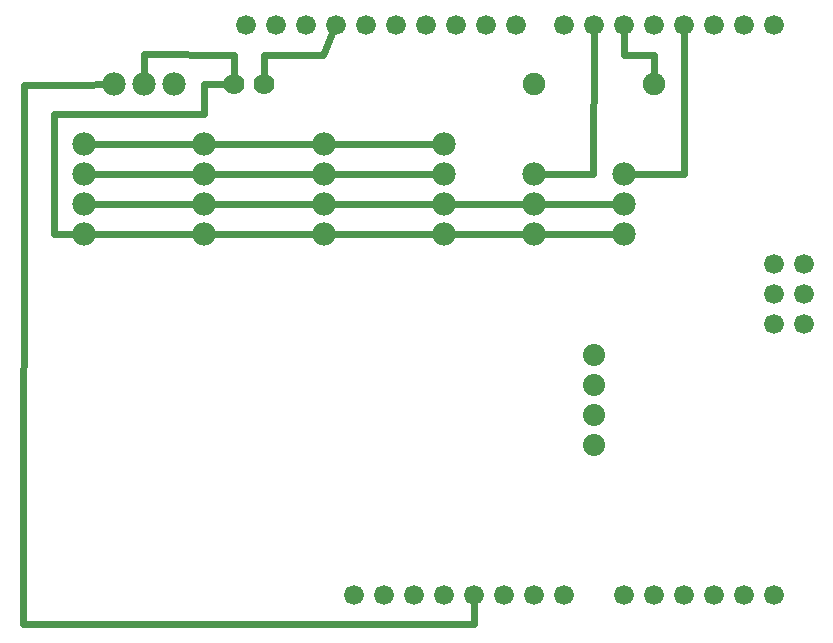
<source format=gtl>
G04 MADE WITH FRITZING*
G04 WWW.FRITZING.ORG*
G04 DOUBLE SIDED*
G04 HOLES PLATED*
G04 CONTOUR ON CENTER OF CONTOUR VECTOR*
%ASAXBY*%
%FSLAX23Y23*%
%MOIN*%
%OFA0B0*%
%SFA1.0B1.0*%
%ADD10C,0.066111*%
%ADD11C,0.066139*%
%ADD12C,0.066083*%
%ADD13C,0.073889*%
%ADD14C,0.075000*%
%ADD15C,0.070000*%
%ADD16C,0.078000*%
%ADD17C,0.024000*%
%LNCOPPER1*%
G90*
G70*
G54D10*
X2191Y331D03*
X2291Y331D03*
X2391Y331D03*
X2491Y331D03*
X2591Y331D03*
X1731Y2231D03*
X1631Y2231D03*
X1531Y2231D03*
X1431Y2231D03*
X1331Y2231D03*
X1231Y2231D03*
X1131Y2231D03*
X1031Y2231D03*
X931Y2231D03*
X831Y2231D03*
X2591Y2231D03*
X2491Y2231D03*
X2391Y2231D03*
G54D11*
X2291Y2231D03*
G54D10*
X2191Y2231D03*
X2091Y2231D03*
X1991Y2231D03*
X1891Y2231D03*
X1291Y331D03*
G54D12*
X1191Y331D03*
X1391Y331D03*
G54D10*
X1491Y331D03*
X1591Y331D03*
X1691Y331D03*
X1791Y331D03*
X1891Y331D03*
X2091Y331D03*
X2690Y1434D03*
G54D11*
X2590Y1434D03*
G54D10*
X2690Y1335D03*
G54D11*
X2590Y1335D03*
X2690Y1236D03*
X2590Y1236D03*
G54D13*
X1990Y1133D03*
X1990Y1033D03*
X1990Y933D03*
X1990Y833D03*
G54D14*
X1791Y2034D03*
X2191Y2034D03*
G54D15*
X790Y2034D03*
X890Y2034D03*
G54D16*
X2091Y1534D03*
X2091Y1634D03*
X2091Y1734D03*
X1791Y1534D03*
X1791Y1634D03*
X1791Y1734D03*
X1091Y1534D03*
X1091Y1634D03*
X1091Y1734D03*
X1091Y1834D03*
X691Y1534D03*
X691Y1634D03*
X691Y1734D03*
X691Y1834D03*
X291Y1534D03*
X291Y1634D03*
X291Y1734D03*
X291Y1834D03*
X1491Y1534D03*
X1491Y1634D03*
X1491Y1734D03*
X1491Y1834D03*
X391Y2034D03*
X491Y2034D03*
X591Y2034D03*
G54D17*
X361Y2034D02*
X289Y2033D01*
D02*
X289Y2033D02*
X91Y2033D01*
D02*
X91Y2033D02*
X90Y1935D01*
D02*
X89Y235D02*
X1591Y235D01*
D02*
X1591Y235D02*
X1591Y301D01*
D02*
X90Y1935D02*
X89Y235D01*
D02*
X661Y1634D02*
X321Y1634D01*
D02*
X661Y1734D02*
X321Y1734D01*
D02*
X1061Y1734D02*
X721Y1734D01*
D02*
X1461Y1734D02*
X1121Y1734D01*
D02*
X1061Y1634D02*
X721Y1634D01*
D02*
X1461Y1634D02*
X1121Y1634D01*
D02*
X661Y1834D02*
X321Y1834D01*
D02*
X1061Y1834D02*
X721Y1834D01*
D02*
X1461Y1834D02*
X1121Y1834D01*
D02*
X661Y1534D02*
X321Y1534D01*
D02*
X1061Y1534D02*
X721Y1534D01*
D02*
X1461Y1534D02*
X1121Y1534D01*
D02*
X1761Y1534D02*
X1521Y1534D01*
D02*
X1821Y1534D02*
X2061Y1534D01*
D02*
X1761Y1634D02*
X1521Y1634D01*
D02*
X2061Y1634D02*
X1821Y1634D01*
D02*
X791Y2133D02*
X490Y2135D01*
D02*
X490Y2135D02*
X490Y2064D01*
D02*
X790Y2060D02*
X791Y2133D01*
D02*
X690Y1935D02*
X690Y2034D01*
D02*
X690Y2034D02*
X764Y2034D01*
D02*
X191Y1535D02*
X191Y1935D01*
D02*
X191Y1935D02*
X690Y1935D01*
D02*
X261Y1534D02*
X191Y1535D01*
D02*
X2291Y1734D02*
X2121Y1734D01*
D02*
X2291Y2201D02*
X2291Y1734D01*
D02*
X1991Y2201D02*
X1989Y1734D01*
D02*
X1989Y1734D02*
X1821Y1734D01*
D02*
X1089Y2133D02*
X891Y2133D01*
D02*
X891Y2133D02*
X891Y2060D01*
D02*
X1119Y2204D02*
X1089Y2133D01*
D02*
X2191Y2063D02*
X2190Y2133D01*
D02*
X2190Y2133D02*
X2090Y2133D01*
D02*
X2090Y2133D02*
X2091Y2201D01*
G04 End of Copper1*
M02*
</source>
